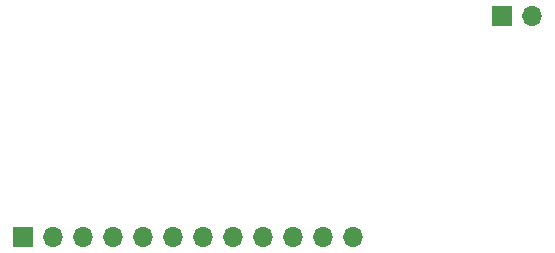
<source format=gbr>
%TF.GenerationSoftware,KiCad,Pcbnew,5.1.10*%
%TF.CreationDate,2021-09-26T09:29:56+10:00*%
%TF.ProjectId,pcb-sensor,7063622d-7365-46e7-936f-722e6b696361,rev?*%
%TF.SameCoordinates,Original*%
%TF.FileFunction,Soldermask,Bot*%
%TF.FilePolarity,Negative*%
%FSLAX46Y46*%
G04 Gerber Fmt 4.6, Leading zero omitted, Abs format (unit mm)*
G04 Created by KiCad (PCBNEW 5.1.10) date 2021-09-26 09:29:56*
%MOMM*%
%LPD*%
G01*
G04 APERTURE LIST*
%ADD10O,1.700000X1.700000*%
%ADD11R,1.700000X1.700000*%
G04 APERTURE END LIST*
D10*
%TO.C,J3*%
X179100000Y-103300000D03*
D11*
X176560000Y-103300000D03*
%TD*%
D10*
%TO.C,J2*%
X163940000Y-122000000D03*
X161400000Y-122000000D03*
X158860000Y-122000000D03*
X156320000Y-122000000D03*
X153780000Y-122000000D03*
X151240000Y-122000000D03*
X148700000Y-122000000D03*
X146160000Y-122000000D03*
X143620000Y-122000000D03*
X141080000Y-122000000D03*
X138540000Y-122000000D03*
D11*
X136000000Y-122000000D03*
%TD*%
M02*

</source>
